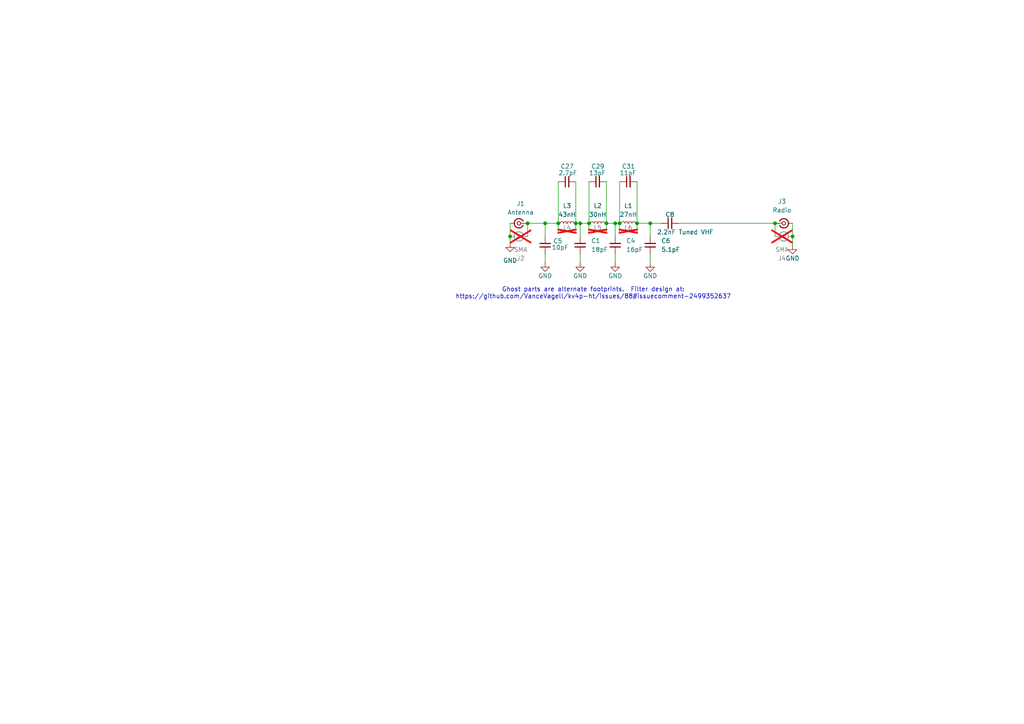
<source format=kicad_sch>
(kicad_sch (version 20231120) (generator "eeschema") (generator_version "8.0")
  (paper "A4")
  (title_block (title "kv4P HT") (date "2024-11-06") (rev "2.0b") (company "VanceVagell") (comment 1 "https://github.com/VanceVagell/kv4p-ht") (comment 2 "v2 hardware by @SmittyHalibut"))
  (lib_symbols
    (symbol "Connector:Conn_Coaxial_Small" (pin_numbers hide) (pin_names (offset 1.016) hide)
      (property "Reference" "J" (at 0.254 3.048 0))
      (property "Value" "Conn_Coaxial_Small" (at 0 -3.81 0))
      (symbol "Conn_Coaxial_Small_0_1"
        (polyline (pts (xy -2.54 0) (xy -0.508 0)))
        (circle (center 0 0) (radius 0.508) (stroke (width 0.2032)))
      )
      (symbol "Conn_Coaxial_Small_1_1"
        (arc (start -1.1916 -0.6311) (mid 0.327 -1.3081) (end 1.3484 0.0039) (stroke (width 0.3048)))
        (arc (start 1.3484 -0.0039) (mid 0.327 1.3081) (end -1.1916 0.6311) (stroke (width 0.3048)))
        (pin passive line (at -2.54 0 0) (length 1.27) (name "In") (number "1"))
        (pin passive line (at 2.54 0 180) (length 1.27) (name "Ext") (number "2"))
      )
    )
    (symbol "Device:C_Small" (pin_numbers hide) (pin_names (offset 0.254) hide)
      (property "Reference" "C" (at 0.254 1.778 0))
      (property "Value" "C_Small" (at 0.254 -2.032 0))
      (symbol "C_Small_0_1"
        (polyline (pts (xy -1.524 -0.508) (xy 1.524 -0.508)) (stroke (width 0.3302)))
        (polyline (pts (xy -1.524 0.508) (xy 1.524 0.508)) (stroke (width 0.3048)))
      )
      (symbol "C_Small_1_1"
        (pin passive line (at 0 2.54 270) (length 2.032) (name "~") (number "1"))
        (pin passive line (at 0 -2.54 90) (length 2.032) (name "~") (number "2"))
      )
    )
    (symbol "Device:L_Small" (pin_numbers hide) (pin_names (offset 0.254) hide)
      (property "Reference" "L" (at 0.762 1.016 0))
      (property "Value" "L_Small" (at 0.762 -1.016 0))
      (symbol "L_Small_0_1"
        (arc (start 0 -2.032) (mid 0.5058 -1.524) (end 0 -1.016))
        (arc (start 0 -1.016) (mid 0.5058 -0.508) (end 0 0))
        (arc (start 0 0) (mid 0.5058 0.508) (end 0 1.016))
        (arc (start 0 1.016) (mid 0.5058 1.524) (end 0 2.032))
      )
      (symbol "L_Small_1_1"
        (pin passive line (at 0 2.54 270) (length 0.508) (name "~") (number "1"))
        (pin passive line (at 0 -2.54 90) (length 0.508) (name "~") (number "2"))
      )
    )
    (symbol "power:GND" (power) (pin_numbers hide) (pin_names (offset 0) hide)
      (property "Value" "GND" (at 0 -3.81 0))
      (symbol "GND_0_1"
        (polyline (pts (xy 0 0) (xy 0 -1.27) (xy 1.27 -1.27) (xy 0 -2.54) (xy -1.27 -1.27) (xy 0 -1.27)))
      )
      (symbol "GND_1_1"
        (pin power_in line (at 0 0 270) (length 0) (name "~") (number "1"))
      )
    )
  )
  (junction (at 224.79 64.77))
  (junction (at 179.705 64.77))
  (junction (at 229.87 68.58))
  (junction (at 153.035 64.77))
  (junction (at 184.785 64.77))
  (junction (at 158.115 64.77))
  (junction (at 178.435 64.77))
  (junction (at 147.955 68.58))
  (junction (at 175.895 64.77))
  (junction (at 161.925 64.77))
  (junction (at 168.275 64.77))
  (junction (at 167.005 64.77))
  (junction (at 188.595 64.77))
  (junction (at 170.815 64.77))
  (wire (pts (xy 196.85 64.77) (xy 224.79 64.77)))
  (wire (pts (xy 178.435 64.77) (xy 179.705 64.77)))
  (wire (pts (xy 229.87 68.58) (xy 229.87 71.12)))
  (wire (pts (xy 175.895 64.77) (xy 178.435 64.77)))
  (wire (pts (xy 224.79 64.77) (xy 224.79 68.58)))
  (wire (pts (xy 170.815 64.77) (xy 170.815 67.31)))
  (wire (pts (xy 147.955 64.77) (xy 147.955 68.58)))
  (wire (pts (xy 168.275 73.66) (xy 168.275 76.2)))
  (wire (pts (xy 184.785 64.77) (xy 184.785 67.31)))
  (wire (pts (xy 175.895 52.705) (xy 175.895 64.77)))
  (wire (pts (xy 184.785 52.705) (xy 184.785 64.77)))
  (wire (pts (xy 178.435 64.77) (xy 178.435 68.58)))
  (wire (pts (xy 175.895 64.77) (xy 175.895 67.31)))
  (wire (pts (xy 147.955 68.58) (xy 147.955 70.485)))
  (wire (pts (xy 188.595 64.77) (xy 188.595 68.58)))
  (wire (pts (xy 168.275 64.77) (xy 170.815 64.77)))
  (wire (pts (xy 158.115 64.77) (xy 161.925 64.77)))
  (wire (pts (xy 188.595 64.77) (xy 191.77 64.77)))
  (wire (pts (xy 167.005 64.77) (xy 168.275 64.77)))
  (wire (pts (xy 158.115 64.77) (xy 158.115 68.58)))
  (wire (pts (xy 170.815 52.705) (xy 170.815 64.77)))
  (wire (pts (xy 161.925 64.77) (xy 161.925 67.31)))
  (wire (pts (xy 158.115 73.66) (xy 158.115 76.2)))
  (wire (pts (xy 178.435 73.66) (xy 178.435 76.2)))
  (wire (pts (xy 153.035 64.77) (xy 158.115 64.77)))
  (wire (pts (xy 229.87 64.77) (xy 229.87 68.58)))
  (wire (pts (xy 184.785 64.77) (xy 188.595 64.77)))
  (wire (pts (xy 167.005 64.77) (xy 167.005 67.31)))
  (wire (pts (xy 188.595 73.66) (xy 188.595 76.2)))
  (wire (pts (xy 168.275 64.77) (xy 168.275 68.58)))
  (wire (pts (xy 179.705 52.705) (xy 179.705 64.77)))
  (wire (pts (xy 179.705 64.77) (xy 179.705 67.31)))
  (wire (pts (xy 153.035 64.77) (xy 153.035 68.58)))
  (wire (pts (xy 167.005 52.705) (xy 167.005 64.77)))
  (wire (pts (xy 161.925 52.705) (xy 161.925 64.77)))
  (text "Ghost parts are alternate footprints.  Filter design at:\nhttps://github.com/VanceVagell/kv4p-ht/issues/88#issuecomment-2499352637" (at 172.085 85.09 0) (effects (font (size 1.27 1.27))))
  (symbol (lib_id "Device:L_Small") (at 164.465 64.77 90) (unit 1)
    (property "Reference" "L3" (at 164.465 59.69 90))
    (property "Value" "43nH" (at 164.465 62.23 90))
    (property "Footprint" "Inductor_SMD:L_0603_1608Metric" (effects (hide yes)))
    (property "LCSC" "C574016" (effects (hide yes)))
    (property "Part Number" "SWI0603F-43NG" (effects (hide yes)))
    (property "Alternate LCSC" "C1330253 (0805)" (effects (hide yes)))
  )
  (symbol (lib_id "Device:C_Small") (at 168.275 71.12 180) (unit 1)
    (property "Reference" "C1" (at 171.45 69.8435 0) (effects (justify right)))
    (property "Value" "18pF" (at 171.45 72.3835 0) (effects (justify right)))
    (property "Footprint" "Capacitor_SMD:C_0402_1005Metric" (effects (hide yes)))
    (property "LCSC" "C1549" (effects (hide yes)))
    (property "Part Number" "Ya basic." (effects (hide yes)))
  )
  (symbol (lib_id "Device:L_Small") (at 182.245 67.31 90) (unit 1) (in_bom no) (dnp yes)
    (property "Reference" "L6" (at 182.245 66.04 90))
    (property "Value" "~" (at 182.245 64.77 90))
    (property "Footprint" "Inductor_SMD:L_0603_1608Metric" (effects (hide yes)))
  )
  (symbol (lib_id "Device:L_Small") (at 164.465 67.31 90) (unit 1) (in_bom no) (dnp yes)
    (property "Reference" "L4" (at 164.465 66.04 90))
    (property "Value" "~" (at 164.465 64.77 90))
    (property "Footprint" "Inductor_SMD:L_0805_2012Metric" (effects (hide yes)))
  )
  (symbol (lib_id "Device:C_Small") (at 182.245 52.705 90) (mirror x) (unit 1)
    (property "Reference" "C31" (at 180.34 48.26 90) (effects (justify right)))
    (property "Value" "11pF" (at 179.705 50.165 90) (effects (justify right)))
    (property "Footprint" "Capacitor_SMD:C_0402_1005Metric" (effects (hide yes)))
    (property "LCSC" "C527000" (effects (hide yes)))
  )
  (symbol (lib_id "Device:L_Small") (at 182.245 64.77 90) (unit 1)
    (property "Reference" "L1" (at 182.245 59.69 90))
    (property "Value" "27nH" (at 182.245 62.23 90))
    (property "Footprint" "Inductor_SMD:L_0805_2012Metric" (effects (hide yes)))
    (property "LCSC" "C1330812" (effects (hide yes)))
    (property "Part Number" "LQW2BAN27NJ00L" (effects (hide yes)))
  )
  (symbol (lib_id "Device:C_Small") (at 194.31 64.77 90) (unit 1)
    (property "Reference" "C8" (at 194.31 62.23 90))
    (property "Value" "2.2nF Tuned VHF" (at 198.755 67.31 90))
    (property "Footprint" "Capacitor_SMD:C_0603_1608Metric" (effects (hide yes)))
    (property "Description" "Unpolarized capacitor, small symbol" (effects (hide yes)))
    (property "LCSC" "C2168957" (effects (hide yes)))
    (property "Manufacturer" "Murata" (effects (hide yes)))
    (property "Part Number" "GCM1885C1H222FA16D" (effects (hide yes)))
    (property "Alternate LCSC" "C882578, C2168957" (effects (hide yes)))
  )
  (symbol (lib_id "Connector:Conn_Coaxial_Small") (at 150.495 68.58 0) (mirror y) (unit 1) (in_bom no) (dnp yes)
    (property "Reference" "J2" (at 151.0145 74.93 0))
    (property "Value" "SMA" (at 151.0145 72.39 0))
    (property "Footprint" "Connector_Coaxial:SMA_Molex_73251-2120_EdgeMount_Horizontal" (effects (hide yes)))
  )
  (symbol (lib_id "power:GND") (at 168.275 76.2 0) (unit 1)
    (property "Reference" "#PWR07" (effects (hide yes)))
    (property "Value" "GND" (at 168.275 80.01 0))
    (property "Description" "Power symbol creates a global label with name \"GND\" , ground" (effects (hide yes)))
  )
  (symbol (lib_id "Device:C_Small") (at 158.115 71.12 180) (unit 1)
    (property "Reference" "C5" (at 160.4391 69.9014 0) (effects (justify right)))
    (property "Value" "10pF" (at 160.02 71.755 0) (effects (justify right)))
    (property "Footprint" "Capacitor_SMD:C_0402_1005Metric" (effects (hide yes)))
    (property "LCSC" "C32949" (effects (hide yes)))
    (property "Part Number" "Ya so basic." (effects (hide yes)))
  )
  (symbol (lib_id "Device:L_Small") (at 173.355 67.31 90) (unit 1) (in_bom no) (dnp yes)
    (property "Reference" "L5" (at 173.355 66.04 90))
    (property "Value" "~" (at 173.355 64.77 90))
    (property "Footprint" "Inductor_SMD:L_0603_1608Metric" (effects (hide yes)))
  )
  (symbol (lib_id "Device:L_Small") (at 173.355 64.77 90) (unit 1)
    (property "Reference" "L2" (at 173.355 59.69 90))
    (property "Value" "30nH" (at 173.355 62.23 90))
    (property "Footprint" "Inductor_SMD:L_0805_2012Metric" (effects (hide yes)))
    (property "LCSC" "C5137205" (effects (hide yes)))
    (property "Part Number" "FHW0805UC030JGT" (effects (hide yes)))
    (property "Alternate LCSC" "C3221803" (effects (hide yes)))
  )
  (symbol (lib_id "power:GND") (at 178.435 76.2 0) (unit 1)
    (property "Reference" "#PWR08" (effects (hide yes)))
    (property "Value" "GND" (at 178.435 80.01 0))
    (property "Description" "Power symbol creates a global label with name \"GND\" , ground" (effects (hide yes)))
  )
  (symbol (lib_id "Device:C_Small") (at 164.465 52.705 90) (mirror x) (unit 1)
    (property "Reference" "C27" (at 162.56 48.26 90) (effects (justify right)))
    (property "Value" "2.7pF" (at 161.925 50.165 90) (effects (justify right)))
    (property "Footprint" "Capacitor_SMD:C_0402_1005Metric" (effects (hide yes)))
    (property "LCSC" "C1561" (effects (hide yes)))
  )
  (symbol (lib_id "Connector:Conn_Coaxial_Small") (at 150.495 64.77 180) (unit 1)
    (property "Reference" "J1" (at 151.0145 59.055 0))
    (property "Value" "Antenna" (at 151.0145 61.595 0))
    (property "Footprint" "Connector_Coaxial:SMA_Amphenol_901-143_Horizontal" (effects (hide yes)))
    (property "LCSC" "C496551" (effects (hide yes)))
  )
  (symbol (lib_id "Connector:Conn_Coaxial_Small") (at 227.33 68.58 0) (unit 1) (in_bom no) (dnp yes)
    (property "Reference" "J4" (at 226.8105 74.93 0))
    (property "Value" "SMA" (at 226.8105 72.39 0))
    (property "Footprint" "Connector_Coaxial:SMA_Molex_73251-2120_EdgeMount_Horizontal" (effects (hide yes)))
  )
  (symbol (lib_id "Device:C_Small") (at 178.435 71.12 180) (unit 1)
    (property "Reference" "C4" (at 181.61 69.8435 0) (effects (justify right)))
    (property "Value" "16pF" (at 181.61 72.3835 0) (effects (justify right)))
    (property "Footprint" "Capacitor_SMD:C_0402_1005Metric" (effects (hide yes)))
    (property "LCSC" "C77590" (effects (hide yes)))
    (property "Part Number" "CC0402JRNPO9BN160" (effects (hide yes)))
  )
  (symbol (lib_id "power:GND") (at 229.87 71.12 0) (unit 1)
    (property "Reference" "#PWR01" (effects (hide yes)))
    (property "Value" "GND" (at 229.87 74.93 0))
    (property "Description" "Power symbol creates a global label with name \"GND\" , ground" (effects (hide yes)))
  )
  (symbol (lib_id "power:GND") (at 188.595 76.2 0) (unit 1)
    (property "Reference" "#PWR09" (effects (hide yes)))
    (property "Value" "GND" (at 188.595 80.01 0))
    (property "Description" "Power symbol creates a global label with name \"GND\" , ground" (effects (hide yes)))
  )
  (symbol (lib_id "power:GND") (at 158.115 76.2 0) (unit 1)
    (property "Reference" "#PWR06" (effects (hide yes)))
    (property "Value" "GND" (at 158.115 80.01 0))
    (property "Description" "Power symbol creates a global label with name \"GND\" , ground" (effects (hide yes)))
  )
  (symbol (lib_id "Device:C_Small") (at 188.595 71.12 180) (unit 1)
    (property "Reference" "C6" (at 191.77 69.8435 0) (effects (justify right)))
    (property "Value" "5.1pF" (at 191.77 72.3835 0) (effects (justify right)))
    (property "Footprint" "Capacitor_SMD:C_0402_1005Metric" (effects (hide yes)))
    (property "LCSC" "C60220" (effects (hide yes)))
  )
  (symbol (lib_id "Device:C_Small") (at 173.355 52.705 90) (mirror x) (unit 1)
    (property "Reference" "C29" (at 171.45 48.26 90) (effects (justify right)))
    (property "Value" "13pF" (at 170.815 50.165 90) (effects (justify right)))
    (property "Footprint" "Capacitor_SMD:C_0402_1005Metric" (effects (hide yes)))
    (property "LCSC" "C393681" (effects (hide yes)))
  )
  (symbol (lib_id "power:GND") (at 147.955 70.485 0) (unit 1)
    (property "Reference" "#PWR05" (effects (hide yes)))
    (property "Value" "GND" (at 147.955 75.565 0))
    (property "Description" "Power symbol creates a global label with name \"GND\" , ground" (effects (hide yes)))
  )
  (symbol (lib_id "Connector:Conn_Coaxial_Small") (at 227.33 64.77 0) (mirror x) (unit 1)
    (property "Reference" "J3" (at 226.8104 58.42 0))
    (property "Value" "Radio" (at 226.8104 60.96 0))
    (property "Footprint" "Connector_Coaxial:SMA_Amphenol_901-143_Horizontal" (effects (hide yes)))
    (property "LCSC" "C496551" (effects (hide yes)))
  )
)
</source>
